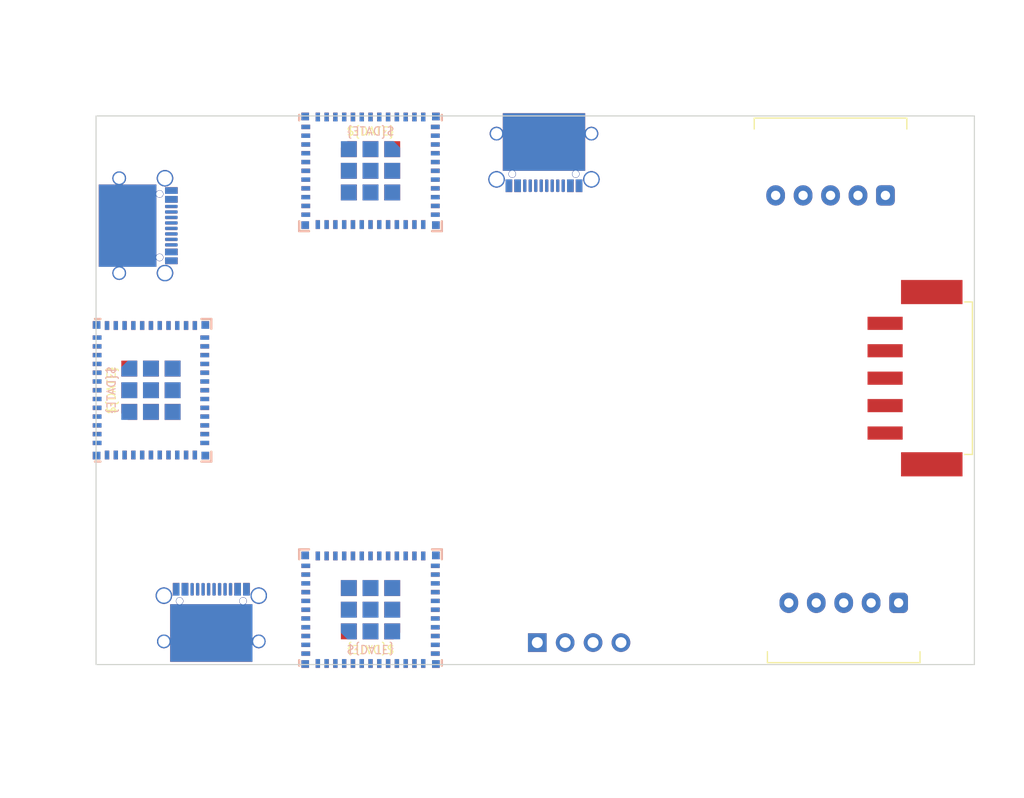
<source format=kicad_pcb>
(kicad_pcb (version 20240108) (generator "pcbnew") (generator_version "8.0")
  (layers (0 "F.Cu" signal) (31 "B.Cu" signal) (34 "B.Paste" user) (35 "F.Paste" user) (36 "B.SilkS" user "B.Silkscreen") (37 "F.SilkS" user "F.Silkscreen") (38 "B.Mask" user) (39 "F.Mask" user) (44 "Edge.Cuts" user))
  (net 0 "")
  (net 1 "Net-(U2-Pad1)")
  (net 33 "Net-(U3-Pad1)")
  (net 65 "Net-(U4-Pad1)")
  (net 97 "Net-(U5-Pad1)")
  (net 129 "Net-(U6-Pad1)")
  (net 161 "Net-(U7-Pad1)")
  (net 193 "Net-(J1-PadA1)")
  (net 194 "Net-(J1-PadA4)")
  (net 196 "Net-(J1-PadA6)")
  (net 197 "Net-(J1-PadA7)")
  (net 202 "Net-(J4-PadA1)")
  (net 203 "Net-(J4-PadA4)")
  (net 205 "Net-(J4-PadA6)")
  (net 206 "Net-(J4-PadA7)")
  (net 211 "Net-(J5-PadA1)")
  (net 212 "Net-(J5-PadA4)")
  (net 214 "Net-(J5-PadA6)")
  (net 215 "Net-(J5-PadA7)")
  (net 220 "Net-(J6-PadA1)")
  (net 221 "Net-(J6-PadA4)")
  (net 223 "Net-(J6-PadA6)")
  (net 224 "Net-(J6-PadA7)")
  (net 229 "Net-(J7-PadA1)")
  (net 230 "Net-(J7-PadA4)")
  (net 232 "Net-(J7-PadA6)")
  (net 233 "Net-(J7-PadA7)")
  (net 238 "Net-(J8-PadA1)")
  (net 239 "Net-(J8-PadA4)")
  (net 241 "Net-(J8-PadA6)")
  (net 242 "Net-(J8-PadA7)")
  (footprint "RevK:ESP32-PICO-MINI-02" (layer "F.Cu") (at 65 75 90)
    (property "Reference" "U3" (hide yes))
    (property "Value" "ESP32-PICO-MINI-02")
    (fp_text user "${DATE}" (at 0 -3.6 90) (layer "F.SilkS") (effects (font (size 0.75 0.75) (thickness 0.1))))
    (pad "1" smd rect (at -5.9 -4 90) (size 0.8 0.4) (layers "F.Cu" "F.Paste" "F.Mask") (net 33 "Net-(U3-Pad1)"))
    (pad "2" smd rect (at -5.9 -3.2 90) (size 0.8 0.4) (layers "F.Cu" "F.Paste" "F.Mask") (net 33 "Net-(U3-Pad1)"))
    (pad "3" smd rect (at -5.9 -2.4 90) (size 0.8 0.4) (layers "F.Cu" "F.Paste" "F.Mask"))
    (pad "4" smd rect (at -5.9 -1.6 90) (size 0.8 0.4) (layers "F.Cu" "F.Paste" "F.Mask"))
    (pad "5" smd rect (at -5.9 -0.8 90) (size 0.8 0.4) (layers "F.Cu" "F.Paste" "F.Mask"))
    (pad "6" smd rect (at -5.9 0 90) (size 0.8 0.4) (layers "F.Cu" "F.Paste" "F.Mask"))
    (pad "7" smd rect (at -5.9 0.8 90) (size 0.8 0.4) (layers "F.Cu" "F.Paste" "F.Mask"))
    (pad "8" smd rect (at -5.9 1.6 90) (size 0.8 0.4) (layers "F.Cu" "F.Paste" "F.Mask"))
    (pad "9" smd rect (at -5.9 2.4 90) (size 0.8 0.4) (layers "F.Cu" "F.Paste" "F.Mask"))
    (pad "10" smd rect (at -5.9 3.2 90) (size 0.8 0.4) (layers "F.Cu" "F.Paste" "F.Mask"))
    (pad "11" smd rect (at -5.9 4 90) (size 0.8 0.4) (layers "F.Cu" "F.Paste" "F.Mask") (net 33 "Net-(U3-Pad1)"))
    (pad "12" smd rect (at -4.8 4.9 90) (size 0.4 0.8) (layers "F.Cu" "F.Paste" "F.Mask"))
    (pad "13" smd rect (at -4 4.9 90) (size 0.4 0.8) (layers "F.Cu" "F.Paste" "F.Mask"))
    (pad "14" smd rect (at -3.2 4.9 90) (size 0.4 0.8) (layers "F.Cu" "F.Paste" "F.Mask") (net 33 "Net-(U3-Pad1)"))
    (pad "15" smd rect (at -2.4 4.9 90) (size 0.4 0.8) (layers "F.Cu" "F.Paste" "F.Mask"))
    (pad "16" smd rect (at -1.6 4.9 90) (size 0.4 0.8) (layers "F.Cu" "F.Paste" "F.Mask"))
    (pad "17" smd rect (at -0.8 4.9 90) (size 0.4 0.8) (layers "F.Cu" "F.Paste" "F.Mask"))
    (pad "18" smd rect (at 0 4.9 90) (size 0.4 0.8) (layers "F.Cu" "F.Paste" "F.Mask"))
    (pad "19" smd rect (at 0.8 4.9 90) (size 0.4 0.8) (layers "F.Cu" "F.Paste" "F.Mask"))
    (pad "20" smd rect (at 1.6 4.9 90) (size 0.4 0.8) (layers "F.Cu" "F.Paste" "F.Mask"))
    (pad "21" smd rect (at 2.4 4.9 90) (size 0.4 0.8) (layers "F.Cu" "F.Paste" "F.Mask"))
    (pad "22" smd rect (at 3.2 4.9 90) (size 0.4 0.8) (layers "F.Cu" "F.Paste" "F.Mask"))
    (pad "23" smd rect (at 4 4.9 90) (size 0.4 0.8) (layers "F.Cu" "F.Paste" "F.Mask"))
    (pad "24" smd rect (at 4.8 4.9 90) (size 0.4 0.8) (layers "F.Cu" "F.Paste" "F.Mask"))
    (pad "25" smd rect (at 5.9 4 90) (size 0.8 0.4) (layers "F.Cu" "F.Paste" "F.Mask"))
    (pad "26" smd rect (at 5.9 3.2 90) (size 0.8 0.4) (layers "F.Cu" "F.Paste" "F.Mask"))
    (pad "27" smd rect (at 5.9 2.4 90) (size 0.8 0.4) (layers "F.Cu" "F.Paste" "F.Mask"))
    (pad "28" smd rect (at 5.9 1.6 90) (size 0.8 0.4) (layers "F.Cu" "F.Paste" "F.Mask"))
    (pad "29" smd rect (at 5.9 0.8 90) (size 0.8 0.4) (layers "F.Cu" "F.Paste" "F.Mask"))
    (pad "30" smd rect (at 5.9 0 90) (size 0.8 0.4) (layers "F.Cu" "F.Paste" "F.Mask"))
    (pad "31" smd rect (at 5.9 -0.8 90) (size 0.8 0.4) (layers "F.Cu" "F.Paste" "F.Mask"))
    (pad "32" smd rect (at 5.9 -1.6 90) (size 0.8 0.4) (layers "F.Cu" "F.Paste" "F.Mask"))
    (pad "33" smd rect (at 5.9 -2.4 90) (size 0.8 0.4) (layers "F.Cu" "F.Paste" "F.Mask"))
    (pad "34" smd rect (at 5.9 -3.2 90) (size 0.8 0.4) (layers "F.Cu" "F.Paste" "F.Mask"))
    (pad "35" smd rect (at 5.9 -4 90) (size 0.8 0.4) (layers "F.Cu" "F.Paste" "F.Mask"))
    (pad "36" smd rect (at 4.8 -4.9 90) (size 0.4 0.8) (layers "F.Cu" "F.Paste" "F.Mask") (net 33 "Net-(U3-Pad1)"))
    (pad "37" smd rect (at 4 -4.9 90) (size 0.4 0.8) (layers "F.Cu" "F.Paste" "F.Mask") (net 33 "Net-(U3-Pad1)"))
    (pad "38" smd rect (at 3.2 -4.9 90) (size 0.4 0.8) (layers "F.Cu" "F.Paste" "F.Mask") (net 33 "Net-(U3-Pad1)"))
    (pad "39" smd rect (at 2.4 -4.9 90) (size 0.4 0.8) (layers "F.Cu" "F.Paste" "F.Mask") (net 33 "Net-(U3-Pad1)"))
    (pad "40" smd rect (at 1.6 -4.9 90) (size 0.4 0.8) (layers "F.Cu" "F.Paste" "F.Mask") (net 33 "Net-(U3-Pad1)"))
    (pad "41" smd rect (at 0.8 -4.9 90) (size 0.4 0.8) (layers "F.Cu" "F.Paste" "F.Mask") (net 33 "Net-(U3-Pad1)"))
    (pad "42" smd rect (at 0 -4.9 90) (size 0.4 0.8) (layers "F.Cu" "F.Paste" "F.Mask") (net 33 "Net-(U3-Pad1)"))
    (pad "43" smd rect (at -0.8 -4.9 90) (size 0.4 0.8) (layers "F.Cu" "F.Paste" "F.Mask") (net 33 "Net-(U3-Pad1)"))
    (pad "44" smd rect (at -1.6 -4.9 90) (size 0.4 0.8) (layers "F.Cu" "F.Paste" "F.Mask") (net 33 "Net-(U3-Pad1)"))
    (pad "45" smd rect (at -2.4 -4.9 90) (size 0.4 0.8) (layers "F.Cu" "F.Paste" "F.Mask") (net 33 "Net-(U3-Pad1)"))
    (pad "46" smd rect (at -3.2 -4.9 90) (size 0.4 0.8) (layers "F.Cu" "F.Paste" "F.Mask") (net 33 "Net-(U3-Pad1)"))
    (pad "47" smd rect (at -4 -4.9 90) (size 0.4 0.8) (layers "F.Cu" "F.Paste" "F.Mask") (net 33 "Net-(U3-Pad1)"))
    (pad "48" smd rect (at -4.8 -4.9 90) (size 0.4 0.8) (layers "F.Cu" "F.Paste" "F.Mask") (net 33 "Net-(U3-Pad1)"))
    (pad "49" smd roundrect (at -1.975 -1.975 90) (size 1.45 1.45) (layers "F.Cu" "F.Paste" "F.Mask") (roundrect_rratio 0) (chamfer_ratio 0.41) (chamfer top_left) (net 33 "Net-(U3-Pad1)"))
    (pad "49" smd rect (at -1.975 0 90) (size 1.45 1.45) (layers "F.Cu" "F.Paste" "F.Mask") (net 33 "Net-(U3-Pad1)"))
    (pad "49" smd rect (at -1.975 1.975 90) (size 1.45 1.45) (layers "F.Cu" "F.Paste" "F.Mask") (net 33 "Net-(U3-Pad1)"))
    (pad "49" smd rect (at 0 -1.975 90) (size 1.45 1.45) (layers "F.Cu" "F.Paste" "F.Mask") (net 33 "Net-(U3-Pad1)"))
    (pad "49" smd rect (at 0 0 90) (size 1.45 1.45) (layers "F.Cu" "F.Paste" "F.Mask") (net 33 "Net-(U3-Pad1)"))
    (pad "49" smd rect (at 0 1.975 90) (size 1.45 1.45) (layers "F.Cu" "F.Paste" "F.Mask") (net 33 "Net-(U3-Pad1)"))
    (pad "49" smd rect (at 1.975 -1.975 90) (size 1.45 1.45) (layers "F.Cu" "F.Paste" "F.Mask") (net 33 "Net-(U3-Pad1)"))
    (pad "49" smd rect (at 1.975 0 90) (size 1.45 1.45) (layers "F.Cu" "F.Paste" "F.Mask") (net 33 "Net-(U3-Pad1)"))
    (pad "49" smd rect (at 1.975 1.975 90) (size 1.45 1.45) (layers "F.Cu" "F.Paste" "F.Mask") (net 33 "Net-(U3-Pad1)"))
    (pad "50" smd rect (at 5.95 -4.95 90) (size 0.7 0.7) (layers "F.Cu" "F.Paste" "F.Mask") (net 33 "Net-(U3-Pad1)"))
    (pad "51" smd rect (at 5.95 4.95 90) (size 0.7 0.7) (layers "F.Cu" "F.Paste" "F.Mask") (net 33 "Net-(U3-Pad1)"))
    (pad "52" smd rect (at -5.95 4.95 90) (size 0.7 0.7) (layers "F.Cu" "F.Paste" "F.Mask") (net 33 "Net-(U3-Pad1)"))
    (pad "53" smd rect (at -5.95 -4.95 90) (size 0.7 0.7) (layers "F.Cu" "F.Paste" "F.Mask") (net 33 "Net-(U3-Pad1)"))
  )
  (footprint "RevK:PTSM-HH-5-RA" (layer "F.Cu") (at 126.9 57.2425 180)
    (property "Reference" "J11" (hide yes))
    (property "Value" "Conn_01x05")
    (pad "1" thru_hole roundrect (at -5 0 180) (size 1.7 1.85) (drill 0.85) (layers "*.Cu" "*.Mask"))
    (pad "2" thru_hole oval (at -2.5 0 180) (size 1.7 1.85) (drill 0.85) (layers "*.Cu" "*.Mask"))
    (pad "3" thru_hole oval (at 0 0 180) (size 1.7 1.85) (drill 0.85) (layers "*.Cu" "*.Mask"))
    (pad "4" thru_hole oval (at 2.5 0 180) (size 1.7 1.85) (drill 0.85) (layers "*.Cu" "*.Mask"))
    (pad "5" thru_hole oval (at 5 0 180) (size 1.7 1.85) (drill 0.85) (layers "*.Cu" "*.Mask"))
  )
  (footprint "RevK:JLC-PinHeader_1x04_P2.54mm_Right" (layer "F.Cu") (at 104 98)
    (property "Reference" "J9" (hide yes))
    (property "Value" "Conn_01x04" (hide yes))
    (pad "1" thru_hole rect (at -3.81 0 270) (size 1.7 1.7) (drill 1) (layers "*.Cu" "*.Mask"))
    (pad "2" thru_hole oval (at -1.27 0 270) (size 1.7 1.7) (drill 1) (layers "*.Cu" "*.Mask"))
    (pad "3" thru_hole oval (at 1.27 0 270) (size 1.7 1.7) (drill 1) (layers "*.Cu" "*.Mask"))
    (pad "4" thru_hole circle (at 3.81 0 270) (size 1.7 1.7) (drill 1) (layers "*.Cu" "*.Mask"))
  )
  (footprint "RevK:ESP32-PICO-MINI-02" (layer "F.Cu") (at 85 55)
    (property "Reference" "U7" (hide yes))
    (property "Value" "ESP32-PICO-MINI-02")
    (fp_text user "${DATE}" (at 0 -3.6 0) (layer "F.SilkS") (effects (font (size 0.75 0.75) (thickness 0.1))))
    (pad "1" smd rect (at -5.9 -4) (size 0.8 0.4) (layers "F.Cu" "F.Paste" "F.Mask") (net 161 "Net-(U7-Pad1)"))
    (pad "2" smd rect (at -5.9 -3.2) (size 0.8 0.4) (layers "F.Cu" "F.Paste" "F.Mask") (net 161 "Net-(U7-Pad1)"))
    (pad "3" smd rect (at -5.9 -2.4) (size 0.8 0.4) (layers "F.Cu" "F.Paste" "F.Mask"))
    (pad "4" smd rect (at -5.9 -1.6) (size 0.8 0.4) (layers "F.Cu" "F.Paste" "F.Mask"))
    (pad "5" smd rect (at -5.9 -0.8) (size 0.8 0.4) (layers "F.Cu" "F.Paste" "F.Mask"))
    (pad "6" smd rect (at -5.9 0) (size 0.8 0.4) (layers "F.Cu" "F.Paste" "F.Mask"))
    (pad "7" smd rect (at -5.9 0.8) (size 0.8 0.4) (layers "F.Cu" "F.Paste" "F.Mask"))
    (pad "8" smd rect (at -5.9 1.6) (size 0.8 0.4) (layers "F.Cu" "F.Paste" "F.Mask"))
    (pad "9" smd rect (at -5.9 2.4) (size 0.8 0.4) (layers "F.Cu" "F.Paste" "F.Mask"))
    (pad "10" smd rect (at -5.9 3.2) (size 0.8 0.4) (layers "F.Cu" "F.Paste" "F.Mask"))
    (pad "11" smd rect (at -5.9 4) (size 0.8 0.4) (layers "F.Cu" "F.Paste" "F.Mask") (net 161 "Net-(U7-Pad1)"))
    (pad "12" smd rect (at -4.8 4.9) (size 0.4 0.8) (layers "F.Cu" "F.Paste" "F.Mask"))
    (pad "13" smd rect (at -4 4.9) (size 0.4 0.8) (layers "F.Cu" "F.Paste" "F.Mask"))
    (pad "14" smd rect (at -3.2 4.9) (size 0.4 0.8) (layers "F.Cu" "F.Paste" "F.Mask") (net 161 "Net-(U7-Pad1)"))
    (pad "15" smd rect (at -2.4 4.9) (size 0.4 0.8) (layers "F.Cu" "F.Paste" "F.Mask"))
    (pad "16" smd rect (at -1.6 4.9) (size 0.4 0.8) (layers "F.Cu" "F.Paste" "F.Mask"))
    (pad "17" smd rect (at -0.8 4.9) (size 0.4 0.8) (layers "F.Cu" "F.Paste" "F.Mask"))
    (pad "18" smd rect (at 0 4.9) (size 0.4 0.8) (layers "F.Cu" "F.Paste" "F.Mask"))
    (pad "19" smd rect (at 0.8 4.9) (size 0.4 0.8) (layers "F.Cu" "F.Paste" "F.Mask"))
    (pad "20" smd rect (at 1.6 4.9) (size 0.4 0.8) (layers "F.Cu" "F.Paste" "F.Mask"))
    (pad "21" smd rect (at 2.4 4.9) (size 0.4 0.8) (layers "F.Cu" "F.Paste" "F.Mask"))
    (pad "22" smd rect (at 3.2 4.9) (size 0.4 0.8) (layers "F.Cu" "F.Paste" "F.Mask"))
    (pad "23" smd rect (at 4 4.9) (size 0.4 0.8) (layers "F.Cu" "F.Paste" "F.Mask"))
    (pad "24" smd rect (at 4.8 4.9) (size 0.4 0.8) (layers "F.Cu" "F.Paste" "F.Mask"))
    (pad "25" smd rect (at 5.9 4) (size 0.8 0.4) (layers "F.Cu" "F.Paste" "F.Mask"))
    (pad "26" smd rect (at 5.9 3.2) (size 0.8 0.4) (layers "F.Cu" "F.Paste" "F.Mask"))
    (pad "27" smd rect (at 5.9 2.4) (size 0.8 0.4) (layers "F.Cu" "F.Paste" "F.Mask"))
    (pad "28" smd rect (at 5.9 1.6) (size 0.8 0.4) (layers "F.Cu" "F.Paste" "F.Mask"))
    (pad "29" smd rect (at 5.9 0.8) (size 0.8 0.4) (layers "F.Cu" "F.Paste" "F.Mask"))
    (pad "30" smd rect (at 5.9 0) (size 0.8 0.4) (layers "F.Cu" "F.Paste" "F.Mask"))
    (pad "31" smd rect (at 5.9 -0.8) (size 0.8 0.4) (layers "F.Cu" "F.Paste" "F.Mask"))
    (pad "32" smd rect (at 5.9 -1.6) (size 0.8 0.4) (layers "F.Cu" "F.Paste" "F.Mask"))
    (pad "33" smd rect (at 5.9 -2.4) (size 0.8 0.4) (layers "F.Cu" "F.Paste" "F.Mask"))
    (pad "34" smd rect (at 5.9 -3.2) (size 0.8 0.4) (layers "F.Cu" "F.Paste" "F.Mask"))
    (pad "35" smd rect (at 5.9 -4) (size 0.8 0.4) (layers "F.Cu" "F.Paste" "F.Mask"))
    (pad "36" smd rect (at 4.8 -4.9) (size 0.4 0.8) (layers "F.Cu" "F.Paste" "F.Mask") (net 161 "Net-(U7-Pad1)"))
    (pad "37" smd rect (at 4 -4.9) (size 0.4 0.8) (layers "F.Cu" "F.Paste" "F.Mask") (net 161 "Net-(U7-Pad1)"))
    (pad "38" smd rect (at 3.2 -4.9) (size 0.4 0.8) (layers "F.Cu" "F.Paste" "F.Mask") (net 161 "Net-(U7-Pad1)"))
    (pad "39" smd rect (at 2.4 -4.9) (size 0.4 0.8) (layers "F.Cu" "F.Paste" "F.Mask") (net 161 "Net-(U7-Pad1)"))
    (pad "40" smd rect (at 1.6 -4.9) (size 0.4 0.8) (layers "F.Cu" "F.Paste" "F.Mask") (net 161 "Net-(U7-Pad1)"))
    (pad "41" smd rect (at 0.8 -4.9) (size 0.4 0.8) (layers "F.Cu" "F.Paste" "F.Mask") (net 161 "Net-(U7-Pad1)"))
    (pad "42" smd rect (at 0 -4.9) (size 0.4 0.8) (layers "F.Cu" "F.Paste" "F.Mask") (net 161 "Net-(U7-Pad1)"))
    (pad "43" smd rect (at -0.8 -4.9) (size 0.4 0.8) (layers "F.Cu" "F.Paste" "F.Mask") (net 161 "Net-(U7-Pad1)"))
    (pad "44" smd rect (at -1.6 -4.9) (size 0.4 0.8) (layers "F.Cu" "F.Paste" "F.Mask") (net 161 "Net-(U7-Pad1)"))
    (pad "45" smd rect (at -2.4 -4.9) (size 0.4 0.8) (layers "F.Cu" "F.Paste" "F.Mask") (net 161 "Net-(U7-Pad1)"))
    (pad "46" smd rect (at -3.2 -4.9) (size 0.4 0.8) (layers "F.Cu" "F.Paste" "F.Mask") (net 161 "Net-(U7-Pad1)"))
    (pad "47" smd rect (at -4 -4.9) (size 0.4 0.8) (layers "F.Cu" "F.Paste" "F.Mask") (net 161 "Net-(U7-Pad1)"))
    (pad "48" smd rect (at -4.8 -4.9) (size 0.4 0.8) (layers "F.Cu" "F.Paste" "F.Mask") (net 161 "Net-(U7-Pad1)"))
    (pad "49" smd roundrect (at -1.975 -1.975) (size 1.45 1.45) (layers "F.Cu" "F.Paste" "F.Mask") (roundrect_rratio 0) (chamfer_ratio 0.41) (chamfer top_left) (net 161 "Net-(U7-Pad1)"))
    (pad "49" smd rect (at -1.975 0) (size 1.45 1.45) (layers "F.Cu" "F.Paste" "F.Mask") (net 161 "Net-(U7-Pad1)"))
    (pad "49" smd rect (at -1.975 1.975) (size 1.45 1.45) (layers "F.Cu" "F.Paste" "F.Mask") (net 161 "Net-(U7-Pad1)"))
    (pad "49" smd rect (at 0 -1.975) (size 1.45 1.45) (layers "F.Cu" "F.Paste" "F.Mask") (net 161 "Net-(U7-Pad1)"))
    (pad "49" smd rect (at 0 0) (size 1.45 1.45) (layers "F.Cu" "F.Paste" "F.Mask") (net 161 "Net-(U7-Pad1)"))
    (pad "49" smd rect (at 0 1.975) (size 1.45 1.45) (layers "F.Cu" "F.Paste" "F.Mask") (net 161 "Net-(U7-Pad1)"))
    (pad "49" smd rect (at 1.975 -1.975) (size 1.45 1.45) (layers "F.Cu" "F.Paste" "F.Mask") (net 161 "Net-(U7-Pad1)"))
    (pad "49" smd rect (at 1.975 0) (size 1.45 1.45) (layers "F.Cu" "F.Paste" "F.Mask") (net 161 "Net-(U7-Pad1)"))
    (pad "49" smd rect (at 1.975 1.975) (size 1.45 1.45) (layers "F.Cu" "F.Paste" "F.Mask") (net 161 "Net-(U7-Pad1)"))
    (pad "50" smd rect (at 5.95 -4.95) (size 0.7 0.7) (layers "F.Cu" "F.Paste" "F.Mask") (net 161 "Net-(U7-Pad1)"))
    (pad "51" smd rect (at 5.95 4.95) (size 0.7 0.7) (layers "F.Cu" "F.Paste" "F.Mask") (net 161 "Net-(U7-Pad1)"))
    (pad "52" smd rect (at -5.95 4.95) (size 0.7 0.7) (layers "F.Cu" "F.Paste" "F.Mask") (net 161 "Net-(U7-Pad1)"))
    (pad "53" smd rect (at -5.95 -4.95) (size 0.7 0.7) (layers "F.Cu" "F.Paste" "F.Mask") (net 161 "Net-(U7-Pad1)"))
  )
  (footprint "RevK:USC16-TR-Round" (layer "F.Cu") (at 70.5 100)
    (property "Reference" "J4" (hide yes))
    (property "Value" "USB-C")
    (pad "A1" smd rect (at -3.2 -6.86) (size 0.6 1.14) (layers "F.Cu" "F.Paste" "F.Mask") (net 202 "Net-(J4-PadA1)"))
    (pad "A4" smd rect (at -2.4 -6.86) (size 0.6 1.14) (layers "F.Cu" "F.Paste" "F.Mask") (net 203 "Net-(J4-PadA4)"))
    (pad "A5" smd roundrect (at -1.25 -6.86) (size 0.3 1.14) (layers "F.Cu" "F.Paste" "F.Mask"))
    (pad "A6" smd roundrect (at -0.25 -6.86) (size 0.3 1.14) (layers "F.Cu" "F.Paste" "F.Mask") (net 205 "Net-(J4-PadA6)"))
    (pad "A7" smd roundrect (at 0.25 -6.86) (size 0.3 1.14) (layers "F.Cu" "F.Paste" "F.Mask") (net 206 "Net-(J4-PadA7)"))
    (pad "A8" smd roundrect (at 1.25 -6.86) (size 0.3 1.14) (layers "F.Cu" "F.Paste" "F.Mask"))
    (pad "A9" smd rect (at 2.4 -6.86) (size 0.6 1.14) (layers "F.Cu") (net 203 "Net-(J4-PadA4)"))
    (pad "A12" smd rect (at 3.2 -6.86) (size 0.6 1.14) (layers "F.Cu") (net 202 "Net-(J4-PadA1)"))
    (pad "B1" smd rect (at 3.2 -6.86) (size 0.6 1.14) (layers "F.Cu" "F.Paste" "F.Mask") (net 202 "Net-(J4-PadA1)"))
    (pad "B4" smd rect (at 2.4 -6.86) (size 0.6 1.14) (layers "F.Cu" "F.Paste" "F.Mask") (net 203 "Net-(J4-PadA4)"))
    (pad "B5" smd roundrect (at 1.75 -6.86) (size 0.3 1.14) (layers "F.Cu" "F.Paste" "F.Mask"))
    (pad "B6" smd roundrect (at 0.75 -6.86) (size 0.3 1.14) (layers "F.Cu" "F.Paste" "F.Mask") (net 205 "Net-(J4-PadA6)"))
    (pad "B7" smd roundrect (at -0.75 -6.86) (size 0.3 1.14) (layers "F.Cu" "F.Paste" "F.Mask") (net 206 "Net-(J4-PadA7)"))
    (pad "B8" smd roundrect (at -1.75 -6.86) (size 0.3 1.14) (layers "F.Cu" "F.Paste" "F.Mask"))
    (pad "B9" smd rect (at -2.4 -6.86) (size 0.6 1.14) (layers "F.Cu") (net 203 "Net-(J4-PadA4)"))
    (pad "B12" smd rect (at -3.2 -6.86) (size 0.6 1.14) (layers "F.Cu") (net 202 "Net-(J4-PadA1)"))
    (pad "S1" thru_hole circle (at -4.32 -6.28) (size 1.5 1.5) (drill 1.25) (layers "*.Cu" "*.Mask"))
    (pad "S1" thru_hole circle (at -4.32 -2.11) (size 1.25 1.25) (drill 1) (layers "*.Cu" "*.Mask"))
    (pad "S1" thru_hole circle (at -2.89 -5.79) (size 0.67 0.67) (drill 0.6) (layers "*.Cu" "*.Mask"))
    (pad "S1" smd rect (at 0 -2.875) (size 7.5 5.25) (layers "F.Cu" "F.Mask"))
    (pad "S1" thru_hole circle (at 2.89 -5.79) (size 0.67 0.67) (drill 0.6) (layers "*.Cu" "*.Mask"))
    (pad "S1" thru_hole circle (at 4.32 -6.28) (size 1.5 1.5) (drill 1.25) (layers "*.Cu" "*.Mask"))
    (pad "S1" thru_hole circle (at 4.32 -2.11) (size 1.25 1.25) (drill 1) (layers "*.Cu" "*.Mask"))
  )
  (footprint "RevK:USC16-TR-Round" (layer "F.Cu") (at 60 60 -90)
    (property "Reference" "J8" (hide yes))
    (property "Value" "USB-C")
    (pad "A1" smd rect (at -3.2 -6.86 270) (size 0.6 1.14) (layers "F.Cu" "F.Paste" "F.Mask") (net 238 "Net-(J8-PadA1)"))
    (pad "A4" smd rect (at -2.4 -6.86 270) (size 0.6 1.14) (layers "F.Cu" "F.Paste" "F.Mask") (net 239 "Net-(J8-PadA4)"))
    (pad "A5" smd roundrect (at -1.25 -6.86 270) (size 0.3 1.14) (layers "F.Cu" "F.Paste" "F.Mask"))
    (pad "A6" smd roundrect (at -0.25 -6.86 270) (size 0.3 1.14) (layers "F.Cu" "F.Paste" "F.Mask") (net 241 "Net-(J8-PadA6)"))
    (pad "A7" smd roundrect (at 0.25 -6.86 270) (size 0.3 1.14) (layers "F.Cu" "F.Paste" "F.Mask") (net 242 "Net-(J8-PadA7)"))
    (pad "A8" smd roundrect (at 1.25 -6.86 270) (size 0.3 1.14) (layers "F.Cu" "F.Paste" "F.Mask"))
    (pad "A9" smd rect (at 2.4 -6.86 270) (size 0.6 1.14) (layers "F.Cu") (net 239 "Net-(J8-PadA4)"))
    (pad "A12" smd rect (at 3.2 -6.86 270) (size 0.6 1.14) (layers "F.Cu") (net 238 "Net-(J8-PadA1)"))
    (pad "B1" smd rect (at 3.2 -6.86 270) (size 0.6 1.14) (layers "F.Cu" "F.Paste" "F.Mask") (net 238 "Net-(J8-PadA1)"))
    (pad "B4" smd rect (at 2.4 -6.86 270) (size 0.6 1.14) (layers "F.Cu" "F.Paste" "F.Mask") (net 239 "Net-(J8-PadA4)"))
    (pad "B5" smd roundrect (at 1.75 -6.86 270) (size 0.3 1.14) (layers "F.Cu" "F.Paste" "F.Mask"))
    (pad "B6" smd roundrect (at 0.75 -6.86 270) (size 0.3 1.14) (layers "F.Cu" "F.Paste" "F.Mask") (net 241 "Net-(J8-PadA6)"))
    (pad "B7" smd roundrect (at -0.75 -6.86 270) (size 0.3 1.14) (layers "F.Cu" "F.Paste" "F.Mask") (net 242 "Net-(J8-PadA7)"))
    (pad "B8" smd roundrect (at -1.75 -6.86 270) (size 0.3 1.14) (layers "F.Cu" "F.Paste" "F.Mask"))
    (pad "B9" smd rect (at -2.4 -6.86 270) (size 0.6 1.14) (layers "F.Cu") (net 239 "Net-(J8-PadA4)"))
    (pad "B12" smd rect (at -3.2 -6.86 270) (size 0.6 1.14) (layers "F.Cu") (net 238 "Net-(J8-PadA1)"))
    (pad "S1" thru_hole circle (at -4.32 -6.28 270) (size 1.5 1.5) (drill 1.25) (layers "*.Cu" "*.Mask"))
    (pad "S1" thru_hole circle (at -4.32 -2.11 270) (size 1.25 1.25) (drill 1) (layers "*.Cu" "*.Mask"))
    (pad "S1" thru_hole circle (at -2.89 -5.79 270) (size 0.67 0.67) (drill 0.6) (layers "*.Cu" "*.Mask"))
    (pad "S1" smd rect (at 0 -2.875 270) (size 7.5 5.25) (layers "F.Cu" "F.Mask"))
    (pad "S1" thru_hole circle (at 2.89 -5.79 270) (size 0.67 0.67) (drill 0.6) (layers "*.Cu" "*.Mask"))
    (pad "S1" thru_hole circle (at 4.32 -6.28 270) (size 1.5 1.5) (drill 1.25) (layers "*.Cu" "*.Mask"))
    (pad "S1" thru_hole circle (at 4.32 -2.11 270) (size 1.25 1.25) (drill 1) (layers "*.Cu" "*.Mask"))
  )
  (footprint "RevK:ESP32-PICO-MINI-02" (layer "F.Cu") (at 85 95 180)
    (property "Reference" "U6" (hide yes))
    (property "Value" "ESP32-PICO-MINI-02")
    (fp_text user "${DATE}" (at 0 -3.6 180) (layer "F.SilkS") (effects (font (size 0.75 0.75) (thickness 0.1))))
    (pad "1" smd rect (at -5.9 -4 180) (size 0.8 0.4) (layers "F.Cu" "F.Paste" "F.Mask") (net 129 "Net-(U6-Pad1)"))
    (pad "2" smd rect (at -5.9 -3.2 180) (size 0.8 0.4) (layers "F.Cu" "F.Paste" "F.Mask") (net 129 "Net-(U6-Pad1)"))
    (pad "3" smd rect (at -5.9 -2.4 180) (size 0.8 0.4) (layers "F.Cu" "F.Paste" "F.Mask"))
    (pad "4" smd rect (at -5.9 -1.6 180) (size 0.8 0.4) (layers "F.Cu" "F.Paste" "F.Mask"))
    (pad "5" smd rect (at -5.9 -0.8 180) (size 0.8 0.4) (layers "F.Cu" "F.Paste" "F.Mask"))
    (pad "6" smd rect (at -5.9 0 180) (size 0.8 0.4) (layers "F.Cu" "F.Paste" "F.Mask"))
    (pad "7" smd rect (at -5.9 0.8 180) (size 0.8 0.4) (layers "F.Cu" "F.Paste" "F.Mask"))
    (pad "8" smd rect (at -5.9 1.6 180) (size 0.8 0.4) (layers "F.Cu" "F.Paste" "F.Mask"))
    (pad "9" smd rect (at -5.9 2.4 180) (size 0.8 0.4) (layers "F.Cu" "F.Paste" "F.Mask"))
    (pad "10" smd rect (at -5.9 3.2 180) (size 0.8 0.4) (layers "F.Cu" "F.Paste" "F.Mask"))
    (pad "11" smd rect (at -5.9 4 180) (size 0.8 0.4) (layers "F.Cu" "F.Paste" "F.Mask") (net 129 "Net-(U6-Pad1)"))
    (pad "12" smd rect (at -4.8 4.9 180) (size 0.4 0.8) (layers "F.Cu" "F.Paste" "F.Mask"))
    (pad "13" smd rect (at -4 4.9 180) (size 0.4 0.8) (layers "F.Cu" "F.Paste" "F.Mask"))
    (pad "14" smd rect (at -3.2 4.9 180) (size 0.4 0.8) (layers "F.Cu" "F.Paste" "F.Mask") (net 129 "Net-(U6-Pad1)"))
    (pad "15" smd rect (at -2.4 4.9 180) (size 0.4 0.8) (layers "F.Cu" "F.Paste" "F.Mask"))
    (pad "16" smd rect (at -1.6 4.9 180) (size 0.4 0.8) (layers "F.Cu" "F.Paste" "F.Mask"))
    (pad "17" smd rect (at -0.8 4.9 180) (size 0.4 0.8) (layers "F.Cu" "F.Paste" "F.Mask"))
    (pad "18" smd rect (at 0 4.9 180) (size 0.4 0.8) (layers "F.Cu" "F.Paste" "F.Mask"))
    (pad "19" smd rect (at 0.8 4.9 180) (size 0.4 0.8) (layers "F.Cu" "F.Paste" "F.Mask"))
    (pad "20" smd rect (at 1.6 4.9 180) (size 0.4 0.8) (layers "F.Cu" "F.Paste" "F.Mask"))
    (pad "21" smd rect (at 2.4 4.9 180) (size 0.4 0.8) (layers "F.Cu" "F.Paste" "F.Mask"))
    (pad "22" smd rect (at 3.2 4.9 180) (size 0.4 0.8) (layers "F.Cu" "F.Paste" "F.Mask"))
    (pad "23" smd rect (at 4 4.9 180) (size 0.4 0.8) (layers "F.Cu" "F.Paste" "F.Mask"))
    (pad "24" smd rect (at 4.8 4.9 180) (size 0.4 0.8) (layers "F.Cu" "F.Paste" "F.Mask"))
    (pad "25" smd rect (at 5.9 4 180) (size 0.8 0.4) (layers "F.Cu" "F.Paste" "F.Mask"))
    (pad "26" smd rect (at 5.9 3.2 180) (size 0.8 0.4) (layers "F.Cu" "F.Paste" "F.Mask"))
    (pad "27" smd rect (at 5.9 2.4 180) (size 0.8 0.4) (layers "F.Cu" "F.Paste" "F.Mask"))
    (pad "28" smd rect (at 5.9 1.6 180) (size 0.8 0.4) (layers "F.Cu" "F.Paste" "F.Mask"))
    (pad "29" smd rect (at 5.9 0.8 180) (size 0.8 0.4) (layers "F.Cu" "F.Paste" "F.Mask"))
    (pad "30" smd rect (at 5.9 0 180) (size 0.8 0.4) (layers "F.Cu" "F.Paste" "F.Mask"))
    (pad "31" smd rect (at 5.9 -0.8 180) (size 0.8 0.4) (layers "F.Cu" "F.Paste" "F.Mask"))
    (pad "32" smd rect (at 5.9 -1.6 180) (size 0.8 0.4) (layers "F.Cu" "F.Paste" "F.Mask"))
    (pad "33" smd rect (at 5.9 -2.4 180) (size 0.8 0.4) (layers "F.Cu" "F.Paste" "F.Mask"))
    (pad "34" smd rect (at 5.9 -3.2 180) (size 0.8 0.4) (layers "F.Cu" "F.Paste" "F.Mask"))
    (pad "35" smd rect (at 5.9 -4 180) (size 0.8 0.4) (layers "F.Cu" "F.Paste" "F.Mask"))
    (pad "36" smd rect (at 4.8 -4.9 180) (size 0.4 0.8) (layers "F.Cu" "F.Paste" "F.Mask") (net 129 "Net-(U6-Pad1)"))
    (pad "37" smd rect (at 4 -4.9 180) (size 0.4 0.8) (layers "F.Cu" "F.Paste" "F.Mask") (net 129 "Net-(U6-Pad1)"))
    (pad "38" smd rect (at 3.2 -4.9 180) (size 0.4 0.8) (layers "F.Cu" "F.Paste" "F.Mask") (net 129 "Net-(U6-Pad1)"))
    (pad "39" smd rect (at 2.4 -4.9 180) (size 0.4 0.8) (layers "F.Cu" "F.Paste" "F.Mask") (net 129 "Net-(U6-Pad1)"))
    (pad "40" smd rect (at 1.6 -4.9 180) (size 0.4 0.8) (layers "F.Cu" "F.Paste" "F.Mask") (net 129 "Net-(U6-Pad1)"))
    (pad "41" smd rect (at 0.8 -4.9 180) (size 0.4 0.8) (layers "F.Cu" "F.Paste" "F.Mask") (net 129 "Net-(U6-Pad1)"))
    (pad "42" smd rect (at 0 -4.9 180) (size 0.4 0.8) (layers "F.Cu" "F.Paste" "F.Mask") (net 129 "Net-(U6-Pad1)"))
    (pad "43" smd rect (at -0.8 -4.9 180) (size 0.4 0.8) (layers "F.Cu" "F.Paste" "F.Mask") (net 129 "Net-(U6-Pad1)"))
    (pad "44" smd rect (at -1.6 -4.9 180) (size 0.4 0.8) (layers "F.Cu" "F.Paste" "F.Mask") (net 129 "Net-(U6-Pad1)"))
    (pad "45" smd rect (at -2.4 -4.9 180) (size 0.4 0.8) (layers "F.Cu" "F.Paste" "F.Mask") (net 129 "Net-(U6-Pad1)"))
    (pad "46" smd rect (at -3.2 -4.9 180) (size 0.4 0.8) (layers "F.Cu" "F.Paste" "F.Mask") (net 129 "Net-(U6-Pad1)"))
    (pad "47" smd rect (at -4 -4.9 180) (size 0.4 0.8) (layers "F.Cu" "F.Paste" "F.Mask") (net 129 "Net-(U6-Pad1)"))
    (pad "48" smd rect (at -4.8 -4.9 180) (size 0.4 0.8) (layers "F.Cu" "F.Paste" "F.Mask") (net 129 "Net-(U6-Pad1)"))
    (pad "49" smd roundrect (at -1.975 -1.975 180) (size 1.45 1.45) (layers "F.Cu" "F.Paste" "F.Mask") (roundrect_rratio 0) (chamfer_ratio 0.41) (chamfer top_left) (net 129 "Net-(U6-Pad1)"))
    (pad "49" smd rect (at -1.975 0 180) (size 1.45 1.45) (layers "F.Cu" "F.Paste" "F.Mask") (net 129 "Net-(U6-Pad1)"))
    (pad "49" smd rect (at -1.975 1.975 180) (size 1.45 1.45) (layers "F.Cu" "F.Paste" "F.Mask") (net 129 "Net-(U6-Pad1)"))
    (pad "49" smd rect (at 0 -1.975 180) (size 1.45 1.45) (layers "F.Cu" "F.Paste" "F.Mask") (net 129 "Net-(U6-Pad1)"))
    (pad "49" smd rect (at 0 0 180) (size 1.45 1.45) (layers "F.Cu" "F.Paste" "F.Mask") (net 129 "Net-(U6-Pad1)"))
    (pad "49" smd rect (at 0 1.975 180) (size 1.45 1.45) (layers "F.Cu" "F.Paste" "F.Mask") (net 129 "Net-(U6-Pad1)"))
    (pad "49" smd rect (at 1.975 -1.975 180) (size 1.45 1.45) (layers "F.Cu" "F.Paste" "F.Mask") (net 129 "Net-(U6-Pad1)"))
    (pad "49" smd rect (at 1.975 0 180) (size 1.45 1.45) (layers "F.Cu" "F.Paste" "F.Mask") (net 129 "Net-(U6-Pad1)"))
    (pad "49" smd rect (at 1.975 1.975 180) (size 1.45 1.45) (layers "F.Cu" "F.Paste" "F.Mask") (net 129 "Net-(U6-Pad1)"))
    (pad "50" smd rect (at 5.95 -4.95 180) (size 0.7 0.7) (layers "F.Cu" "F.Paste" "F.Mask") (net 129 "Net-(U6-Pad1)"))
    (pad "51" smd rect (at 5.95 4.95 180) (size 0.7 0.7) (layers "F.Cu" "F.Paste" "F.Mask") (net 129 "Net-(U6-Pad1)"))
    (pad "52" smd rect (at -5.95 4.95 180) (size 0.7 0.7) (layers "F.Cu" "F.Paste" "F.Mask") (net 129 "Net-(U6-Pad1)"))
    (pad "53" smd rect (at -5.95 -4.95 180) (size 0.7 0.7) (layers "F.Cu" "F.Paste" "F.Mask") (net 129 "Net-(U6-Pad1)"))
  )
  (footprint "RevK:USC16-TR-Round" (layer "F.Cu") (at 100.8 49.5 180)
    (property "Reference" "J1" (hide yes))
    (property "Value" "USB-C")
    (pad "A1" smd rect (at -3.2 -6.86 180) (size 0.6 1.14) (layers "F.Cu" "F.Paste" "F.Mask") (net 193 "Net-(J1-PadA1)"))
    (pad "A4" smd rect (at -2.4 -6.86 180) (size 0.6 1.14) (layers "F.Cu" "F.Paste" "F.Mask") (net 194 "Net-(J1-PadA4)"))
    (pad "A5" smd roundrect (at -1.25 -6.86 180) (size 0.3 1.14) (layers "F.Cu" "F.Paste" "F.Mask"))
    (pad "A6" smd roundrect (at -0.25 -6.86 180) (size 0.3 1.14) (layers "F.Cu" "F.Paste" "F.Mask") (net 196 "Net-(J1-PadA6)"))
    (pad "A7" smd roundrect (at 0.25 -6.86 180) (size 0.3 1.14) (layers "F.Cu" "F.Paste" "F.Mask") (net 197 "Net-(J1-PadA7)"))
    (pad "A8" smd roundrect (at 1.25 -6.86 180) (size 0.3 1.14) (layers "F.Cu" "F.Paste" "F.Mask"))
    (pad "A9" smd rect (at 2.4 -6.86 180) (size 0.6 1.14) (layers "F.Cu") (net 194 "Net-(J1-PadA4)"))
    (pad "A12" smd rect (at 3.2 -6.86 180) (size 0.6 1.14) (layers "F.Cu") (net 193 "Net-(J1-PadA1)"))
    (pad "B1" smd rect (at 3.2 -6.86 180) (size 0.6 1.14) (layers "F.Cu" "F.Paste" "F.Mask") (net 193 "Net-(J1-PadA1)"))
    (pad "B4" smd rect (at 2.4 -6.86 180) (size 0.6 1.14) (layers "F.Cu" "F.Paste" "F.Mask") (net 194 "Net-(J1-PadA4)"))
    (pad "B5" smd roundrect (at 1.75 -6.86 180) (size 0.3 1.14) (layers "F.Cu" "F.Paste" "F.Mask"))
    (pad "B6" smd roundrect (at 0.75 -6.86 180) (size 0.3 1.14) (layers "F.Cu" "F.Paste" "F.Mask") (net 196 "Net-(J1-PadA6)"))
    (pad "B7" smd roundrect (at -0.75 -6.86 180) (size 0.3 1.14) (layers "F.Cu" "F.Paste" "F.Mask") (net 197 "Net-(J1-PadA7)"))
    (pad "B8" smd roundrect (at -1.75 -6.86 180) (size 0.3 1.14) (layers "F.Cu" "F.Paste" "F.Mask"))
    (pad "B9" smd rect (at -2.4 -6.86 180) (size 0.6 1.14) (layers "F.Cu") (net 194 "Net-(J1-PadA4)"))
    (pad "B12" smd rect (at -3.2 -6.86 180) (size 0.6 1.14) (layers "F.Cu") (net 193 "Net-(J1-PadA1)"))
    (pad "S1" thru_hole circle (at -4.32 -6.28 180) (size 1.5 1.5) (drill 1.25) (layers "*.Cu" "*.Mask"))
    (pad "S1" thru_hole circle (at -4.32 -2.11 180) (size 1.25 1.25) (drill 1) (layers "*.Cu" "*.Mask"))
    (pad "S1" thru_hole circle (at -2.89 -5.79 180) (size 0.67 0.67) (drill 0.6) (layers "*.Cu" "*.Mask"))
    (pad "S1" smd rect (at 0 -2.875 180) (size 7.5 5.25) (layers "F.Cu" "F.Mask"))
    (pad "S1" thru_hole circle (at 2.89 -5.79 180) (size 0.67 0.67) (drill 0.6) (layers "*.Cu" "*.Mask"))
    (pad "S1" thru_hole circle (at 4.32 -6.28 180) (size 1.5 1.5) (drill 1.25) (layers "*.Cu" "*.Mask"))
    (pad "S1" thru_hole circle (at 4.32 -2.11 180) (size 1.25 1.25) (drill 1) (layers "*.Cu" "*.Mask"))
  )
  (footprint "RevK:PTSM-HH-5-RA-P" (layer "F.Cu") (at 128.1 94.375)
    (property "Reference" "J10" (hide yes))
    (property "Value" "Conn_01x05")
    (pad "1" thru_hole roundrect (at 5 0) (size 1.7 1.85) (drill 0.85) (layers "*.Cu" "*.Mask"))
    (pad "2" thru_hole oval (at 2.5 0) (size 1.7 1.85) (drill 0.85) (layers "*.Cu" "*.Mask"))
    (pad "3" thru_hole oval (at 0 0) (size 1.7 1.85) (drill 0.85) (layers "*.Cu" "*.Mask"))
    (pad "4" thru_hole oval (at -2.5 0) (size 1.7 1.85) (drill 0.85) (layers "*.Cu" "*.Mask"))
    (pad "5" thru_hole oval (at -5 0) (size 1.7 1.85) (drill 0.85) (layers "*.Cu" "*.Mask"))
  )
  (footprint "RevK:PTSM-HH-5-RA-P-SMD" (layer "F.Cu") (at 131.87 73.9 90)
    (property "Reference" "J12" (hide yes))
    (property "Value" "Conn_01x05")
    (pad "" smd rect (at -7.85 4.25 90) (size 2.2 5.6) (layers "F.Cu" "F.Paste" "F.Mask"))
    (pad "" smd rect (at 7.85 4.25 90) (size 2.2 5.6) (layers "F.Cu" "F.Paste" "F.Mask"))
    (pad "1" smd rect (at 5 0 90) (size 1.2 3.2) (layers "F.Cu" "F.Paste" "F.Mask"))
    (pad "2" smd rect (at 2.5 0 90) (size 1.2 3.2) (layers "F.Cu" "F.Paste" "F.Mask"))
    (pad "3" smd rect (at 0 0 90) (size 1.2 3.2) (layers "F.Cu" "F.Paste" "F.Mask"))
    (pad "4" smd rect (at -2.5 0 90) (size 1.2 3.2) (layers "F.Cu" "F.Paste" "F.Mask"))
    (pad "5" smd rect (at -5 0 90) (size 1.2 3.2) (layers "F.Cu" "F.Paste" "F.Mask"))
  )
  (footprint "RevK:USC16-TR-Round" (layer "B.Cu") (at 100.8 49.5)
    (property "Reference" "J5" (hide yes))
    (property "Value" "USB-C")
    (pad "A1" smd rect (at -3.2 6.86) (size 0.6 1.14) (layers "B.Cu" "B.Paste" "B.Mask") (net 211 "Net-(J5-PadA1)"))
    (pad "A4" smd rect (at -2.4 6.86) (size 0.6 1.14) (layers "B.Cu" "B.Paste" "B.Mask") (net 212 "Net-(J5-PadA4)"))
    (pad "A5" smd roundrect (at -1.25 6.86) (size 0.3 1.14) (layers "B.Cu" "B.Paste" "B.Mask"))
    (pad "A6" smd roundrect (at -0.25 6.86) (size 0.3 1.14) (layers "B.Cu" "B.Paste" "B.Mask") (net 214 "Net-(J5-PadA6)"))
    (pad "A7" smd roundrect (at 0.25 6.86) (size 0.3 1.14) (layers "B.Cu" "B.Paste" "B.Mask") (net 215 "Net-(J5-PadA7)"))
    (pad "A8" smd roundrect (at 1.25 6.86) (size 0.3 1.14) (layers "B.Cu" "B.Paste" "B.Mask"))
    (pad "A9" smd rect (at 2.4 6.86) (size 0.6 1.14) (layers "B.Cu") (net 212 "Net-(J5-PadA4)"))
    (pad "A12" smd rect (at 3.2 6.86) (size 0.6 1.14) (layers "B.Cu") (net 211 "Net-(J5-PadA1)"))
    (pad "B1" smd rect (at 3.2 6.86) (size 0.6 1.14) (layers "B.Cu" "B.Paste" "B.Mask") (net 211 "Net-(J5-PadA1)"))
    (pad "B4" smd rect (at 2.4 6.86) (size 0.6 1.14) (layers "B.Cu" "B.Paste" "B.Mask") (net 212 "Net-(J5-PadA4)"))
    (pad "B5" smd roundrect (at 1.75 6.86) (size 0.3 1.14) (layers "B.Cu" "B.Paste" "B.Mask"))
    (pad "B6" smd roundrect (at 0.75 6.86) (size 0.3 1.14) (layers "B.Cu" "B.Paste" "B.Mask") (net 214 "Net-(J5-PadA6)"))
    (pad "B7" smd roundrect (at -0.75 6.86) (size 0.3 1.14) (layers "B.Cu" "B.Paste" "B.Mask") (net 215 "Net-(J5-PadA7)"))
    (pad "B8" smd roundrect (at -1.75 6.86) (size 0.3 1.14) (layers "B.Cu" "B.Paste" "B.Mask"))
    (pad "B9" smd rect (at -2.4 6.86) (size 0.6 1.14) (layers "B.Cu") (net 212 "Net-(J5-PadA4)"))
    (pad "B12" smd rect (at -3.2 6.86) (size 0.6 1.14) (layers "B.Cu") (net 211 "Net-(J5-PadA1)"))
    (pad "S1" thru_hole circle (at -4.32 2.11) (size 1.25 1.25) (drill 1) (layers "*.Cu" "*.Mask"))
    (pad "S1" thru_hole circle (at -4.32 6.28) (size 1.5 1.5) (drill 1.25) (layers "*.Cu" "*.Mask"))
    (pad "S1" thru_hole circle (at -2.89 5.79) (size 0.67 0.67) (drill 0.6) (layers "*.Cu" "*.Mask"))
    (pad "S1" smd rect (at 0 2.875) (size 7.5 5.25) (layers "B.Cu" "B.Mask"))
    (pad "S1" thru_hole circle (at 2.89 5.79) (size 0.67 0.67) (drill 0.6) (layers "*.Cu" "*.Mask"))
    (pad "S1" thru_hole circle (at 4.32 2.11) (size 1.25 1.25) (drill 1) (layers "*.Cu" "*.Mask"))
    (pad "S1" thru_hole circle (at 4.32 6.28) (size 1.5 1.5) (drill 1.25) (layers "*.Cu" "*.Mask"))
  )
  (footprint "RevK:USC16-TR-Round" (layer "B.Cu") (at 60 60 90)
    (property "Reference" "J7" (hide yes))
    (property "Value" "USB-C")
    (pad "A1" smd rect (at -3.2 6.86 90) (size 0.6 1.14) (layers "B.Cu" "B.Paste" "B.Mask") (net 229 "Net-(J7-PadA1)"))
    (pad "A4" smd rect (at -2.4 6.86 90) (size 0.6 1.14) (layers "B.Cu" "B.Paste" "B.Mask") (net 230 "Net-(J7-PadA4)"))
    (pad "A5" smd roundrect (at -1.25 6.86 90) (size 0.3 1.14) (layers "B.Cu" "B.Paste" "B.Mask"))
    (pad "A6" smd roundrect (at -0.25 6.86 90) (size 0.3 1.14) (layers "B.Cu" "B.Paste" "B.Mask") (net 232 "Net-(J7-PadA6)"))
    (pad "A7" smd roundrect (at 0.25 6.86 90) (size 0.3 1.14) (layers "B.Cu" "B.Paste" "B.Mask") (net 233 "Net-(J7-PadA7)"))
    (pad "A8" smd roundrect (at 1.25 6.86 90) (size 0.3 1.14) (layers "B.Cu" "B.Paste" "B.Mask"))
    (pad "A9" smd rect (at 2.4 6.86 90) (size 0.6 1.14) (layers "B.Cu") (net 230 "Net-(J7-PadA4)"))
    (pad "A12" smd rect (at 3.2 6.86 90) (size 0.6 1.14) (layers "B.Cu") (net 229 "Net-(J7-PadA1)"))
    (pad "B1" smd rect (at 3.2 6.86 90) (size 0.6 1.14) (layers "B.Cu" "B.Paste" "B.Mask") (net 229 "Net-(J7-PadA1)"))
    (pad "B4" smd rect (at 2.4 6.86 90) (size 0.6 1.14) (layers "B.Cu" "B.Paste" "B.Mask") (net 230 "Net-(J7-PadA4)"))
    (pad "B5" smd roundrect (at 1.75 6.86 90) (size 0.3 1.14) (layers "B.Cu" "B.Paste" "B.Mask"))
    (pad "B6" smd roundrect (at 0.75 6.86 90) (size 0.3 1.14) (layers "B.Cu" "B.Paste" "B.Mask") (net 232 "Net-(J7-PadA6)"))
    (pad "B7" smd roundrect (at -0.75 6.86 90) (size 0.3 1.14) (layers "B.Cu" "B.Paste" "B.Mask") (net 233 "Net-(J7-PadA7)"))
    (pad "B8" smd roundrect (at -1.75 6.86 90) (size 0.3 1.14) (layers "B.Cu" "B.Paste" "B.Mask"))
    (pad "B9" smd rect (at -2.4 6.86 90) (size 0.6 1.14) (layers "B.Cu") (net 230 "Net-(J7-PadA4)"))
    (pad "B12" smd rect (at -3.2 6.86 90) (size 0.6 1.14) (layers "B.Cu") (net 229 "Net-(J7-PadA1)"))
    (pad "S1" thru_hole circle (at -4.32 2.11 90) (size 1.25 1.25) (drill 1) (layers "*.Cu" "*.Mask"))
    (pad "S1" thru_hole circle (at -4.32 6.28 90) (size 1.5 1.5) (drill 1.25) (layers "*.Cu" "*.Mask"))
    (pad "S1" thru_hole circle (at -2.89 5.79 90) (size 0.67 0.67) (drill 0.6) (layers "*.Cu" "*.Mask"))
    (pad "S1" smd rect (at 0 2.875 90) (size 7.5 5.25) (layers "B.Cu" "B.Mask"))
    (pad "S1" thru_hole circle (at 2.89 5.79 90) (size 0.67 0.67) (drill 0.6) (layers "*.Cu" "*.Mask"))
    (pad "S1" thru_hole circle (at 4.32 2.11 90) (size 1.25 1.25) (drill 1) (layers "*.Cu" "*.Mask"))
    (pad "S1" thru_hole circle (at 4.32 6.28 90) (size 1.5 1.5) (drill 1.25) (layers "*.Cu" "*.Mask"))
  )
  (footprint "RevK:ESP32-PICO-MINI-02" (layer "B.Cu") (at 85 95)
    (property "Reference" "U5" (hide yes))
    (property "Value" "ESP32-PICO-MINI-02")
    (fp_text user "${DATE}" (at 0 3.6 180) (layer "B.SilkS") (effects (font (size 0.75 0.75) (thickness 0.1)) (justify mirror)))
    (pad "1" smd rect (at -5.9 4) (size 0.8 0.4) (layers "B.Cu" "B.Paste" "B.Mask") (net 97 "Net-(U5-Pad1)"))
    (pad "2" smd rect (at -5.9 3.2) (size 0.8 0.4) (layers "B.Cu" "B.Paste" "B.Mask") (net 97 "Net-(U5-Pad1)"))
    (pad "3" smd rect (at -5.9 2.4) (size 0.8 0.4) (layers "B.Cu" "B.Paste" "B.Mask"))
    (pad "4" smd rect (at -5.9 1.6) (size 0.8 0.4) (layers "B.Cu" "B.Paste" "B.Mask"))
    (pad "5" smd rect (at -5.9 0.8) (size 0.8 0.4) (layers "B.Cu" "B.Paste" "B.Mask"))
    (pad "6" smd rect (at -5.9 0) (size 0.8 0.4) (layers "B.Cu" "B.Paste" "B.Mask"))
    (pad "7" smd rect (at -5.9 -0.8) (size 0.8 0.4) (layers "B.Cu" "B.Paste" "B.Mask"))
    (pad "8" smd rect (at -5.9 -1.6) (size 0.8 0.4) (layers "B.Cu" "B.Paste" "B.Mask"))
    (pad "9" smd rect (at -5.9 -2.4) (size 0.8 0.4) (layers "B.Cu" "B.Paste" "B.Mask"))
    (pad "10" smd rect (at -5.9 -3.2) (size 0.8 0.4) (layers "B.Cu" "B.Paste" "B.Mask"))
    (pad "11" smd rect (at -5.9 -4) (size 0.8 0.4) (layers "B.Cu" "B.Paste" "B.Mask") (net 97 "Net-(U5-Pad1)"))
    (pad "12" smd rect (at -4.8 -4.9) (size 0.4 0.8) (layers "B.Cu" "B.Paste" "B.Mask"))
    (pad "13" smd rect (at -4 -4.9) (size 0.4 0.8) (layers "B.Cu" "B.Paste" "B.Mask"))
    (pad "14" smd rect (at -3.2 -4.9) (size 0.4 0.8) (layers "B.Cu" "B.Paste" "B.Mask") (net 97 "Net-(U5-Pad1)"))
    (pad "15" smd rect (at -2.4 -4.9) (size 0.4 0.8) (layers "B.Cu" "B.Paste" "B.Mask"))
    (pad "16" smd rect (at -1.6 -4.9) (size 0.4 0.8) (layers "B.Cu" "B.Paste" "B.Mask"))
    (pad "17" smd rect (at -0.8 -4.9) (size 0.4 0.8) (layers "B.Cu" "B.Paste" "B.Mask"))
    (pad "18" smd rect (at 0 -4.9) (size 0.4 0.8) (layers "B.Cu" "B.Paste" "B.Mask"))
    (pad "19" smd rect (at 0.8 -4.9) (size 0.4 0.8) (layers "B.Cu" "B.Paste" "B.Mask"))
    (pad "20" smd rect (at 1.6 -4.9) (size 0.4 0.8) (layers "B.Cu" "B.Paste" "B.Mask"))
    (pad "21" smd rect (at 2.4 -4.9) (size 0.4 0.8) (layers "B.Cu" "B.Paste" "B.Mask"))
    (pad "22" smd rect (at 3.2 -4.9) (size 0.4 0.8) (layers "B.Cu" "B.Paste" "B.Mask"))
    (pad "23" smd rect (at 4 -4.9) (size 0.4 0.8) (layers "B.Cu" "B.Paste" "B.Mask"))
    (pad "24" smd rect (at 4.8 -4.9) (size 0.4 0.8) (layers "B.Cu" "B.Paste" "B.Mask"))
    (pad "25" smd rect (at 5.9 -4) (size 0.8 0.4) (layers "B.Cu" "B.Paste" "B.Mask"))
    (pad "26" smd rect (at 5.9 -3.2) (size 0.8 0.4) (layers "B.Cu" "B.Paste" "B.Mask"))
    (pad "27" smd rect (at 5.9 -2.4) (size 0.8 0.4) (layers "B.Cu" "B.Paste" "B.Mask"))
    (pad "28" smd rect (at 5.9 -1.6) (size 0.8 0.4) (layers "B.Cu" "B.Paste" "B.Mask"))
    (pad "29" smd rect (at 5.9 -0.8) (size 0.8 0.4) (layers "B.Cu" "B.Paste" "B.Mask"))
    (pad "30" smd rect (at 5.9 0) (size 0.8 0.4) (layers "B.Cu" "B.Paste" "B.Mask"))
    (pad "31" smd rect (at 5.9 0.8) (size 0.8 0.4) (layers "B.Cu" "B.Paste" "B.Mask"))
    (pad "32" smd rect (at 5.9 1.6) (size 0.8 0.4) (layers "B.Cu" "B.Paste" "B.Mask"))
    (pad "33" smd rect (at 5.9 2.4) (size 0.8 0.4) (layers "B.Cu" "B.Paste" "B.Mask"))
    (pad "34" smd rect (at 5.9 3.2) (size 0.8 0.4) (layers "B.Cu" "B.Paste" "B.Mask"))
    (pad "35" smd rect (at 5.9 4) (size 0.8 0.4) (layers "B.Cu" "B.Paste" "B.Mask"))
    (pad "36" smd rect (at 4.8 4.9) (size 0.4 0.8) (layers "B.Cu" "B.Paste" "B.Mask") (net 97 "Net-(U5-Pad1)"))
    (pad "37" smd rect (at 4 4.9) (size 0.4 0.8) (layers "B.Cu" "B.Paste" "B.Mask") (net 97 "Net-(U5-Pad1)"))
    (pad "38" smd rect (at 3.2 4.9) (size 0.4 0.8) (layers "B.Cu" "B.Paste" "B.Mask") (net 97 "Net-(U5-Pad1)"))
    (pad "39" smd rect (at 2.4 4.9) (size 0.4 0.8) (layers "B.Cu" "B.Paste" "B.Mask") (net 97 "Net-(U5-Pad1)"))
    (pad "40" smd rect (at 1.6 4.9) (size 0.4 0.8) (layers "B.Cu" "B.Paste" "B.Mask") (net 97 "Net-(U5-Pad1)"))
    (pad "41" smd rect (at 0.8 4.9) (size 0.4 0.8) (layers "B.Cu" "B.Paste" "B.Mask") (net 97 "Net-(U5-Pad1)"))
    (pad "42" smd rect (at 0 4.9) (size 0.4 0.8) (layers "B.Cu" "B.Paste" "B.Mask") (net 97 "Net-(U5-Pad1)"))
    (pad "43" smd rect (at -0.8 4.9) (size 0.4 0.8) (layers "B.Cu" "B.Paste" "B.Mask") (net 97 "Net-(U5-Pad1)"))
    (pad "44" smd rect (at -1.6 4.9) (size 0.4 0.8) (layers "B.Cu" "B.Paste" "B.Mask") (net 97 "Net-(U5-Pad1)"))
    (pad "45" smd rect (at -2.4 4.9) (size 0.4 0.8) (layers "B.Cu" "B.Paste" "B.Mask") (net 97 "Net-(U5-Pad1)"))
    (pad "46" smd rect (at -3.2 4.9) (size 0.4 0.8) (layers "B.Cu" "B.Paste" "B.Mask") (net 97 "Net-(U5-Pad1)"))
    (pad "47" smd rect (at -4 4.9) (size 0.4 0.8) (layers "B.Cu" "B.Paste" "B.Mask") (net 97 "Net-(U5-Pad1)"))
    (pad "48" smd rect (at -4.8 4.9) (size 0.4 0.8) (layers "B.Cu" "B.Paste" "B.Mask") (net 97 "Net-(U5-Pad1)"))
    (pad "49" smd rect (at -1.975 -1.975) (size 1.45 1.45) (layers "B.Cu" "B.Paste" "B.Mask") (net 97 "Net-(U5-Pad1)"))
    (pad "49" smd rect (at -1.975 0) (size 1.45 1.45) (layers "B.Cu" "B.Paste" "B.Mask") (net 97 "Net-(U5-Pad1)"))
    (pad "49" smd roundrect (at -1.975 1.975) (size 1.45 1.45) (layers "B.Cu" "B.Paste" "B.Mask") (roundrect_rratio 0) (chamfer_ratio 0.41) (chamfer bottom_left) (net 97 "Net-(U5-Pad1)"))
    (pad "49" smd rect (at 0 -1.975) (size 1.45 1.45) (layers "B.Cu" "B.Paste" "B.Mask") (net 97 "Net-(U5-Pad1)"))
    (pad "49" smd rect (at 0 0) (size 1.45 1.45) (layers "B.Cu" "B.Paste" "B.Mask") (net 97 "Net-(U5-Pad1)"))
    (pad "49" smd rect (at 0 1.975) (size 1.45 1.45) (layers "B.Cu" "B.Paste" "B.Mask") (net 97 "Net-(U5-Pad1)"))
    (pad "49" smd rect (at 1.975 -1.975) (size 1.45 1.45) (layers "B.Cu" "B.Paste" "B.Mask") (net 97 "Net-(U5-Pad1)"))
    (pad "49" smd rect (at 1.975 0) (size 1.45 1.45) (layers "B.Cu" "B.Paste" "B.Mask") (net 97 "Net-(U5-Pad1)"))
    (pad "49" smd rect (at 1.975 1.975) (size 1.45 1.45) (layers "B.Cu" "B.Paste" "B.Mask") (net 97 "Net-(U5-Pad1)"))
    (pad "50" smd rect (at 5.95 4.95) (size 0.7 0.7) (layers "B.Cu" "B.Paste" "B.Mask") (net 97 "Net-(U5-Pad1)"))
    (pad "51" smd rect (at 5.95 -4.95) (size 0.7 0.7) (layers "B.Cu" "B.Paste" "B.Mask") (net 97 "Net-(U5-Pad1)"))
    (pad "52" smd rect (at -5.95 -4.95) (size 0.7 0.7) (layers "B.Cu" "B.Paste" "B.Mask") (net 97 "Net-(U5-Pad1)"))
    (pad "53" smd rect (at -5.95 4.95) (size 0.7 0.7) (layers "B.Cu" "B.Paste" "B.Mask") (net 97 "Net-(U5-Pad1)"))
  )
  (footprint "RevK:USC16-TR-Round" (layer "B.Cu") (at 70.5 100 180)
    (property "Reference" "J6" (hide yes))
    (property "Value" "USB-C")
    (pad "A1" smd rect (at -3.2 6.86 180) (size 0.6 1.14) (layers "B.Cu" "B.Paste" "B.Mask") (net 220 "Net-(J6-PadA1)"))
    (pad "A4" smd rect (at -2.4 6.86 180) (size 0.6 1.14) (layers "B.Cu" "B.Paste" "B.Mask") (net 221 "Net-(J6-PadA4)"))
    (pad "A5" smd roundrect (at -1.25 6.86 180) (size 0.3 1.14) (layers "B.Cu" "B.Paste" "B.Mask"))
    (pad "A6" smd roundrect (at -0.25 6.86 180) (size 0.3 1.14) (layers "B.Cu" "B.Paste" "B.Mask") (net 223 "Net-(J6-PadA6)"))
    (pad "A7" smd roundrect (at 0.25 6.86 180) (size 0.3 1.14) (layers "B.Cu" "B.Paste" "B.Mask") (net 224 "Net-(J6-PadA7)"))
    (pad "A8" smd roundrect (at 1.25 6.86 180) (size 0.3 1.14) (layers "B.Cu" "B.Paste" "B.Mask"))
    (pad "A9" smd rect (at 2.4 6.86 180) (size 0.6 1.14) (layers "B.Cu") (net 221 "Net-(J6-PadA4)"))
    (pad "A12" smd rect (at 3.2 6.86 180) (size 0.6 1.14) (layers "B.Cu") (net 220 "Net-(J6-PadA1)"))
    (pad "B1" smd rect (at 3.2 6.86 180) (size 0.6 1.14) (layers "B.Cu" "B.Paste" "B.Mask") (net 220 "Net-(J6-PadA1)"))
    (pad "B4" smd rect (at 2.4 6.86 180) (size 0.6 1.14) (layers "B.Cu" "B.Paste" "B.Mask") (net 221 "Net-(J6-PadA4)"))
    (pad "B5" smd roundrect (at 1.75 6.86 180) (size 0.3 1.14) (layers "B.Cu" "B.Paste" "B.Mask"))
    (pad "B6" smd roundrect (at 0.75 6.86 180) (size 0.3 1.14) (layers "B.Cu" "B.Paste" "B.Mask") (net 223 "Net-(J6-PadA6)"))
    (pad "B7" smd roundrect (at -0.75 6.86 180) (size 0.3 1.14) (layers "B.Cu" "B.Paste" "B.Mask") (net 224 "Net-(J6-PadA7)"))
    (pad "B8" smd roundrect (at -1.75 6.86 180) (size 0.3 1.14) (layers "B.Cu" "B.Paste" "B.Mask"))
    (pad "B9" smd rect (at -2.4 6.86 180) (size 0.6 1.14) (layers "B.Cu") (net 221 "Net-(J6-PadA4)"))
    (pad "B12" smd rect (at -3.2 6.86 180) (size 0.6 1.14) (layers "B.Cu") (net 220 "Net-(J6-PadA1)"))
    (pad "S1" thru_hole circle (at -4.32 2.11 180) (size 1.25 1.25) (drill 1) (layers "*.Cu" "*.Mask"))
    (pad "S1" thru_hole circle (at -4.32 6.28 180) (size 1.5 1.5) (drill 1.25) (layers "*.Cu" "*.Mask"))
    (pad "S1" thru_hole circle (at -2.89 5.79 180) (size 0.67 0.67) (drill 0.6) (layers "*.Cu" "*.Mask"))
    (pad "S1" smd rect (at 0 2.875 180) (size 7.5 5.25) (layers "B.Cu" "B.Mask"))
    (pad "S1" thru_hole circle (at 2.89 5.79 180) (size 0.67 0.67) (drill 0.6) (layers "*.Cu" "*.Mask"))
    (pad "S1" thru_hole circle (at 4.32 2.11 180) (size 1.25 1.25) (drill 1) (layers "*.Cu" "*.Mask"))
    (pad "S1" thru_hole circle (at 4.32 6.28 180) (size 1.5 1.5) (drill 1.25) (layers "*.Cu" "*.Mask"))
  )
  (footprint "RevK:ESP32-PICO-MINI-02" (layer "B.Cu") (at 65 75 -90)
    (property "Reference" "U2" (hide yes))
    (property "Value" "ESP32-PICO-MINI-02")
    (fp_text user "${DATE}" (at 0 3.6 90) (layer "B.SilkS") (effects (font (size 0.75 0.75) (thickness 0.1)) (justify mirror)))
    (pad "1" smd rect (at -5.9 4 270) (size 0.8 0.4) (layers "B.Cu" "B.Paste" "B.Mask") (net 1 "Net-(U2-Pad1)"))
    (pad "2" smd rect (at -5.9 3.2 270) (size 0.8 0.4) (layers "B.Cu" "B.Paste" "B.Mask") (net 1 "Net-(U2-Pad1)"))
    (pad "3" smd rect (at -5.9 2.4 270) (size 0.8 0.4) (layers "B.Cu" "B.Paste" "B.Mask"))
    (pad "4" smd rect (at -5.9 1.6 270) (size 0.8 0.4) (layers "B.Cu" "B.Paste" "B.Mask"))
    (pad "5" smd rect (at -5.9 0.8 270) (size 0.8 0.4) (layers "B.Cu" "B.Paste" "B.Mask"))
    (pad "6" smd rect (at -5.9 0 270) (size 0.8 0.4) (layers "B.Cu" "B.Paste" "B.Mask"))
    (pad "7" smd rect (at -5.9 -0.8 270) (size 0.8 0.4) (layers "B.Cu" "B.Paste" "B.Mask"))
    (pad "8" smd rect (at -5.9 -1.6 270) (size 0.8 0.4) (layers "B.Cu" "B.Paste" "B.Mask"))
    (pad "9" smd rect (at -5.9 -2.4 270) (size 0.8 0.4) (layers "B.Cu" "B.Paste" "B.Mask"))
    (pad "10" smd rect (at -5.9 -3.2 270) (size 0.8 0.4) (layers "B.Cu" "B.Paste" "B.Mask"))
    (pad "11" smd rect (at -5.9 -4 270) (size 0.8 0.4) (layers "B.Cu" "B.Paste" "B.Mask") (net 1 "Net-(U2-Pad1)"))
    (pad "12" smd rect (at -4.8 -4.9 270) (size 0.4 0.8) (layers "B.Cu" "B.Paste" "B.Mask"))
    (pad "13" smd rect (at -4 -4.9 270) (size 0.4 0.8) (layers "B.Cu" "B.Paste" "B.Mask"))
    (pad "14" smd rect (at -3.2 -4.9 270) (size 0.4 0.8) (layers "B.Cu" "B.Paste" "B.Mask") (net 1 "Net-(U2-Pad1)"))
    (pad "15" smd rect (at -2.4 -4.9 270) (size 0.4 0.8) (layers "B.Cu" "B.Paste" "B.Mask"))
    (pad "16" smd rect (at -1.6 -4.9 270) (size 0.4 0.8) (layers "B.Cu" "B.Paste" "B.Mask"))
    (pad "17" smd rect (at -0.8 -4.9 270) (size 0.4 0.8) (layers "B.Cu" "B.Paste" "B.Mask"))
    (pad "18" smd rect (at 0 -4.9 270) (size 0.4 0.8) (layers "B.Cu" "B.Paste" "B.Mask"))
    (pad "19" smd rect (at 0.8 -4.9 270) (size 0.4 0.8) (layers "B.Cu" "B.Paste" "B.Mask"))
    (pad "20" smd rect (at 1.6 -4.9 270) (size 0.4 0.8) (layers "B.Cu" "B.Paste" "B.Mask"))
    (pad "21" smd rect (at 2.4 -4.9 270) (size 0.4 0.8) (layers "B.Cu" "B.Paste" "B.Mask"))
    (pad "22" smd rect (at 3.2 -4.9 270) (size 0.4 0.8) (layers "B.Cu" "B.Paste" "B.Mask"))
    (pad "23" smd rect (at 4 -4.9 270) (size 0.4 0.8) (layers "B.Cu" "B.Paste" "B.Mask"))
    (pad "24" smd rect (at 4.8 -4.9 270) (size 0.4 0.8) (layers "B.Cu" "B.Paste" "B.Mask"))
    (pad "25" smd rect (at 5.9 -4 270) (size 0.8 0.4) (layers "B.Cu" "B.Paste" "B.Mask"))
    (pad "26" smd rect (at 5.9 -3.2 270) (size 0.8 0.4) (layers "B.Cu" "B.Paste" "B.Mask"))
    (pad "27" smd rect (at 5.9 -2.4 270) (size 0.8 0.4) (layers "B.Cu" "B.Paste" "B.Mask"))
    (pad "28" smd rect (at 5.9 -1.6 270) (size 0.8 0.4) (layers "B.Cu" "B.Paste" "B.Mask"))
    (pad "29" smd rect (at 5.9 -0.8 270) (size 0.8 0.4) (layers "B.Cu" "B.Paste" "B.Mask"))
    (pad "30" smd rect (at 5.9 0 270) (size 0.8 0.4) (layers "B.Cu" "B.Paste" "B.Mask"))
    (pad "31" smd rect (at 5.9 0.8 270) (size 0.8 0.4) (layers "B.Cu" "B.Paste" "B.Mask"))
    (pad "32" smd rect (at 5.9 1.6 270) (size 0.8 0.4) (layers "B.Cu" "B.Paste" "B.Mask"))
    (pad "33" smd rect (at 5.9 2.4 270) (size 0.8 0.4) (layers "B.Cu" "B.Paste" "B.Mask"))
    (pad "34" smd rect (at 5.9 3.2 270) (size 0.8 0.4) (layers "B.Cu" "B.Paste" "B.Mask"))
    (pad "35" smd rect (at 5.9 4 270) (size 0.8 0.4) (layers "B.Cu" "B.Paste" "B.Mask"))
    (pad "36" smd rect (at 4.8 4.9 270) (size 0.4 0.8) (layers "B.Cu" "B.Paste" "B.Mask") (net 1 "Net-(U2-Pad1)"))
    (pad "37" smd rect (at 4 4.9 270) (size 0.4 0.8) (layers "B.Cu" "B.Paste" "B.Mask") (net 1 "Net-(U2-Pad1)"))
    (pad "38" smd rect (at 3.2 4.9 270) (size 0.4 0.8) (layers "B.Cu" "B.Paste" "B.Mask") (net 1 "Net-(U2-Pad1)"))
    (pad "39" smd rect (at 2.4 4.9 270) (size 0.4 0.8) (layers "B.Cu" "B.Paste" "B.Mask") (net 1 "Net-(U2-Pad1)"))
    (pad "40" smd rect (at 1.6 4.9 270) (size 0.4 0.8) (layers "B.Cu" "B.Paste" "B.Mask") (net 1 "Net-(U2-Pad1)"))
    (pad "41" smd rect (at 0.8 4.9 270) (size 0.4 0.8) (layers "B.Cu" "B.Paste" "B.Mask") (net 1 "Net-(U2-Pad1)"))
    (pad "42" smd rect (at 0 4.9 270) (size 0.4 0.8) (layers "B.Cu" "B.Paste" "B.Mask") (net 1 "Net-(U2-Pad1)"))
    (pad "43" smd rect (at -0.8 4.9 270) (size 0.4 0.8) (layers "B.Cu" "B.Paste" "B.Mask") (net 1 "Net-(U2-Pad1)"))
    (pad "44" smd rect (at -1.6 4.9 270) (size 0.4 0.8) (layers "B.Cu" "B.Paste" "B.Mask") (net 1 "Net-(U2-Pad1)"))
    (pad "45" smd rect (at -2.4 4.9 270) (size 0.4 0.8) (layers "B.Cu" "B.Paste" "B.Mask") (net 1 "Net-(U2-Pad1)"))
    (pad "46" smd rect (at -3.2 4.9 270) (size 0.4 0.8) (layers "B.Cu" "B.Paste" "B.Mask") (net 1 "Net-(U2-Pad1)"))
    (pad "47" smd rect (at -4 4.9 270) (size 0.4 0.8) (layers "B.Cu" "B.Paste" "B.Mask") (net 1 "Net-(U2-Pad1)"))
    (pad "48" smd rect (at -4.8 4.9 270) (size 0.4 0.8) (layers "B.Cu" "B.Paste" "B.Mask") (net 1 "Net-(U2-Pad1)"))
    (pad "49" smd rect (at -1.975 -1.975 270) (size 1.45 1.45) (layers "B.Cu" "B.Paste" "B.Mask") (net 1 "Net-(U2-Pad1)"))
    (pad "49" smd rect (at -1.975 0 270) (size 1.45 1.45) (layers "B.Cu" "B.Paste" "B.Mask") (net 1 "Net-(U2-Pad1)"))
    (pad "49" smd roundrect (at -1.975 1.975 270) (size 1.45 1.45) (layers "B.Cu" "B.Paste" "B.Mask") (roundrect_rratio 0) (chamfer_ratio 0.41) (chamfer bottom_left) (net 1 "Net-(U2-Pad1)"))
    (pad "49" smd rect (at 0 -1.975 270) (size 1.45 1.45) (layers "B.Cu" "B.Paste" "B.Mask") (net 1 "Net-(U2-Pad1)"))
    (pad "49" smd rect (at 0 0 270) (size 1.45 1.45) (layers "B.Cu" "B.Paste" "B.Mask") (net 1 "Net-(U2-Pad1)"))
    (pad "49" smd rect (at 0 1.975 270) (size 1.45 1.45) (layers "B.Cu" "B.Paste" "B.Mask") (net 1 "Net-(U2-Pad1)"))
    (pad "49" smd rect (at 1.975 -1.975 270) (size 1.45 1.45) (layers "B.Cu" "B.Paste" "B.Mask") (net 1 "Net-(U2-Pad1)"))
    (pad "49" smd rect (at 1.975 0 270) (size 1.45 1.45) (layers "B.Cu" "B.Paste" "B.Mask") (net 1 "Net-(U2-Pad1)"))
    (pad "49" smd rect (at 1.975 1.975 270) (size 1.45 1.45) (layers "B.Cu" "B.Paste" "B.Mask") (net 1 "Net-(U2-Pad1)"))
    (pad "50" smd rect (at 5.95 4.95 270) (size 0.7 0.7) (layers "B.Cu" "B.Paste" "B.Mask") (net 1 "Net-(U2-Pad1)"))
    (pad "51" smd rect (at 5.95 -4.95 270) (size 0.7 0.7) (layers "B.Cu" "B.Paste" "B.Mask") (net 1 "Net-(U2-Pad1)"))
    (pad "52" smd rect (at -5.95 -4.95 270) (size 0.7 0.7) (layers "B.Cu" "B.Paste" "B.Mask") (net 1 "Net-(U2-Pad1)"))
    (pad "53" smd rect (at -5.95 4.95 270) (size 0.7 0.7) (layers "B.Cu" "B.Paste" "B.Mask") (net 1 "Net-(U2-Pad1)"))
  )
  (footprint "RevK:ESP32-PICO-MINI-02" (layer "B.Cu") (at 85 55 180)
    (property "Reference" "U4" (hide yes))
    (property "Value" "ESP32-PICO-MINI-02")
    (fp_text user "${DATE}" (at 0 3.6 0) (layer "B.SilkS") (effects (font (size 0.75 0.75) (thickness 0.1)) (justify mirror)))
    (pad "1" smd rect (at -5.9 4 180) (size 0.8 0.4) (layers "B.Cu" "B.Paste" "B.Mask") (net 65 "Net-(U4-Pad1)"))
    (pad "2" smd rect (at -5.9 3.2 180) (size 0.8 0.4) (layers "B.Cu" "B.Paste" "B.Mask") (net 65 "Net-(U4-Pad1)"))
    (pad "3" smd rect (at -5.9 2.4 180) (size 0.8 0.4) (layers "B.Cu" "B.Paste" "B.Mask"))
    (pad "4" smd rect (at -5.9 1.6 180) (size 0.8 0.4) (layers "B.Cu" "B.Paste" "B.Mask"))
    (pad "5" smd rect (at -5.9 0.8 180) (size 0.8 0.4) (layers "B.Cu" "B.Paste" "B.Mask"))
    (pad "6" smd rect (at -5.9 0 180) (size 0.8 0.4) (layers "B.Cu" "B.Paste" "B.Mask"))
    (pad "7" smd rect (at -5.9 -0.8 180) (size 0.8 0.4) (layers "B.Cu" "B.Paste" "B.Mask"))
    (pad "8" smd rect (at -5.9 -1.6 180) (size 0.8 0.4) (layers "B.Cu" "B.Paste" "B.Mask"))
    (pad "9" smd rect (at -5.9 -2.4 180) (size 0.8 0.4) (layers "B.Cu" "B.Paste" "B.Mask"))
    (pad "10" smd rect (at -5.9 -3.2 180) (size 0.8 0.4) (layers "B.Cu" "B.Paste" "B.Mask"))
    (pad "11" smd rect (at -5.9 -4 180) (size 0.8 0.4) (layers "B.Cu" "B.Paste" "B.Mask") (net 65 "Net-(U4-Pad1)"))
    (pad "12" smd rect (at -4.8 -4.9 180) (size 0.4 0.8) (layers "B.Cu" "B.Paste" "B.Mask"))
    (pad "13" smd rect (at -4 -4.9 180) (size 0.4 0.8) (layers "B.Cu" "B.Paste" "B.Mask"))
    (pad "14" smd rect (at -3.2 -4.9 180) (size 0.4 0.8) (layers "B.Cu" "B.Paste" "B.Mask") (net 65 "Net-(U4-Pad1)"))
    (pad "15" smd rect (at -2.4 -4.9 180) (size 0.4 0.8) (layers "B.Cu" "B.Paste" "B.Mask"))
    (pad "16" smd rect (at -1.6 -4.9 180) (size 0.4 0.8) (layers "B.Cu" "B.Paste" "B.Mask"))
    (pad "17" smd rect (at -0.8 -4.9 180) (size 0.4 0.8) (layers "B.Cu" "B.Paste" "B.Mask"))
    (pad "18" smd rect (at 0 -4.9 180) (size 0.4 0.8) (layers "B.Cu" "B.Paste" "B.Mask"))
    (pad "19" smd rect (at 0.8 -4.9 180) (size 0.4 0.8) (layers "B.Cu" "B.Paste" "B.Mask"))
    (pad "20" smd rect (at 1.6 -4.9 180) (size 0.4 0.8) (layers "B.Cu" "B.Paste" "B.Mask"))
    (pad "21" smd rect (at 2.4 -4.9 180) (size 0.4 0.8) (layers "B.Cu" "B.Paste" "B.Mask"))
    (pad "22" smd rect (at 3.2 -4.9 180) (size 0.4 0.8) (layers "B.Cu" "B.Paste" "B.Mask"))
    (pad "23" smd rect (at 4 -4.9 180) (size 0.4 0.8) (layers "B.Cu" "B.Paste" "B.Mask"))
    (pad "24" smd rect (at 4.8 -4.9 180) (size 0.4 0.8) (layers "B.Cu" "B.Paste" "B.Mask"))
    (pad "25" smd rect (at 5.9 -4 180) (size 0.8 0.4) (layers "B.Cu" "B.Paste" "B.Mask"))
    (pad "26" smd rect (at 5.9 -3.2 180) (size 0.8 0.4) (layers "B.Cu" "B.Paste" "B.Mask"))
    (pad "27" smd rect (at 5.9 -2.4 180) (size 0.8 0.4) (layers "B.Cu" "B.Paste" "B.Mask"))
    (pad "28" smd rect (at 5.9 -1.6 180) (size 0.8 0.4) (layers "B.Cu" "B.Paste" "B.Mask"))
    (pad "29" smd rect (at 5.9 -0.8 180) (size 0.8 0.4) (layers "B.Cu" "B.Paste" "B.Mask"))
    (pad "30" smd rect (at 5.9 0 180) (size 0.8 0.4) (layers "B.Cu" "B.Paste" "B.Mask"))
    (pad "31" smd rect (at 5.9 0.8 180) (size 0.8 0.4) (layers "B.Cu" "B.Paste" "B.Mask"))
    (pad "32" smd rect (at 5.9 1.6 180) (size 0.8 0.4) (layers "B.Cu" "B.Paste" "B.Mask"))
    (pad "33" smd rect (at 5.9 2.4 180) (size 0.8 0.4) (layers "B.Cu" "B.Paste" "B.Mask"))
    (pad "34" smd rect (at 5.9 3.2 180) (size 0.8 0.4) (layers "B.Cu" "B.Paste" "B.Mask"))
    (pad "35" smd rect (at 5.9 4 180) (size 0.8 0.4) (layers "B.Cu" "B.Paste" "B.Mask"))
    (pad "36" smd rect (at 4.8 4.9 180) (size 0.4 0.8) (layers "B.Cu" "B.Paste" "B.Mask") (net 65 "Net-(U4-Pad1)"))
    (pad "37" smd rect (at 4 4.9 180) (size 0.4 0.8) (layers "B.Cu" "B.Paste" "B.Mask") (net 65 "Net-(U4-Pad1)"))
    (pad "38" smd rect (at 3.2 4.9 180) (size 0.4 0.8) (layers "B.Cu" "B.Paste" "B.Mask") (net 65 "Net-(U4-Pad1)"))
    (pad "39" smd rect (at 2.4 4.9 180) (size 0.4 0.8) (layers "B.Cu" "B.Paste" "B.Mask") (net 65 "Net-(U4-Pad1)"))
    (pad "40" smd rect (at 1.6 4.9 180) (size 0.4 0.8) (layers "B.Cu" "B.Paste" "B.Mask") (net 65 "Net-(U4-Pad1)"))
    (pad "41" smd rect (at 0.8 4.9 180) (size 0.4 0.8) (layers "B.Cu" "B.Paste" "B.Mask") (net 65 "Net-(U4-Pad1)"))
    (pad "42" smd rect (at 0 4.9 180) (size 0.4 0.8) (layers "B.Cu" "B.Paste" "B.Mask") (net 65 "Net-(U4-Pad1)"))
    (pad "43" smd rect (at -0.8 4.9 180) (size 0.4 0.8) (layers "B.Cu" "B.Paste" "B.Mask") (net 65 "Net-(U4-Pad1)"))
    (pad "44" smd rect (at -1.6 4.9 180) (size 0.4 0.8) (layers "B.Cu" "B.Paste" "B.Mask") (net 65 "Net-(U4-Pad1)"))
    (pad "45" smd rect (at -2.4 4.9 180) (size 0.4 0.8) (layers "B.Cu" "B.Paste" "B.Mask") (net 65 "Net-(U4-Pad1)"))
    (pad "46" smd rect (at -3.2 4.9 180) (size 0.4 0.8) (layers "B.Cu" "B.Paste" "B.Mask") (net 65 "Net-(U4-Pad1)"))
    (pad "47" smd rect (at -4 4.9 180) (size 0.4 0.8) (layers "B.Cu" "B.Paste" "B.Mask") (net 65 "Net-(U4-Pad1)"))
    (pad "48" smd rect (at -4.8 4.9 180) (size 0.4 0.8) (layers "B.Cu" "B.Paste" "B.Mask") (net 65 "Net-(U4-Pad1)"))
    (pad "49" smd rect (at -1.975 -1.975 180) (size 1.45 1.45) (layers "B.Cu" "B.Paste" "B.Mask") (net 65 "Net-(U4-Pad1)"))
    (pad "49" smd rect (at -1.975 0 180) (size 1.45 1.45) (layers "B.Cu" "B.Paste" "B.Mask") (net 65 "Net-(U4-Pad1)"))
    (pad "49" smd roundrect (at -1.975 1.975 180) (size 1.45 1.45) (layers "B.Cu" "B.Paste" "B.Mask") (roundrect_rratio 0) (chamfer_ratio 0.41) (chamfer bottom_left) (net 65 "Net-(U4-Pad1)"))
    (pad "49" smd rect (at 0 -1.975 180) (size 1.45 1.45) (layers "B.Cu" "B.Paste" "B.Mask") (net 65 "Net-(U4-Pad1)"))
    (pad "49" smd rect (at 0 0 180) (size 1.45 1.45) (layers "B.Cu" "B.Paste" "B.Mask") (net 65 "Net-(U4-Pad1)"))
    (pad "49" smd rect (at 0 1.975 180) (size 1.45 1.45) (layers "B.Cu" "B.Paste" "B.Mask") (net 65 "Net-(U4-Pad1)"))
    (pad "49" smd rect (at 1.975 -1.975 180) (size 1.45 1.45) (layers "B.Cu" "B.Paste" "B.Mask") (net 65 "Net-(U4-Pad1)"))
    (pad "49" smd rect (at 1.975 0 180) (size 1.45 1.45) (layers "B.Cu" "B.Paste" "B.Mask") (net 65 "Net-(U4-Pad1)"))
    (pad "49" smd rect (at 1.975 1.975 180) (size 1.45 1.45) (layers "B.Cu" "B.Paste" "B.Mask") (net 65 "Net-(U4-Pad1)"))
    (pad "50" smd rect (at 5.95 4.95 180) (size 0.7 0.7) (layers "B.Cu" "B.Paste" "B.Mask") (net 65 "Net-(U4-Pad1)"))
    (pad "51" smd rect (at 5.95 -4.95 180) (size 0.7 0.7) (layers "B.Cu" "B.Paste" "B.Mask") (net 65 "Net-(U4-Pad1)"))
    (pad "52" smd rect (at -5.95 -4.95 180) (size 0.7 0.7) (layers "B.Cu" "B.Paste" "B.Mask") (net 65 "Net-(U4-Pad1)"))
    (pad "53" smd rect (at -5.95 4.95 180) (size 0.7 0.7) (layers "B.Cu" "B.Paste" "B.Mask") (net 65 "Net-(U4-Pad1)"))
  )
  (gr_line (start 140 50) (end 140 100) (stroke (width 0.1)) (layer "Edge.Cuts"))
  (gr_line (start 60 100) (end 60 50) (stroke (width 0.1)) (layer "Edge.Cuts"))
  (gr_line (start 140 100) (end 60 100) (stroke (width 0.1)) (layer "Edge.Cuts"))
  (gr_line (start 60 50) (end 140 50) (stroke (width 0.1)) (layer "Edge.Cuts"))
)
</source>
